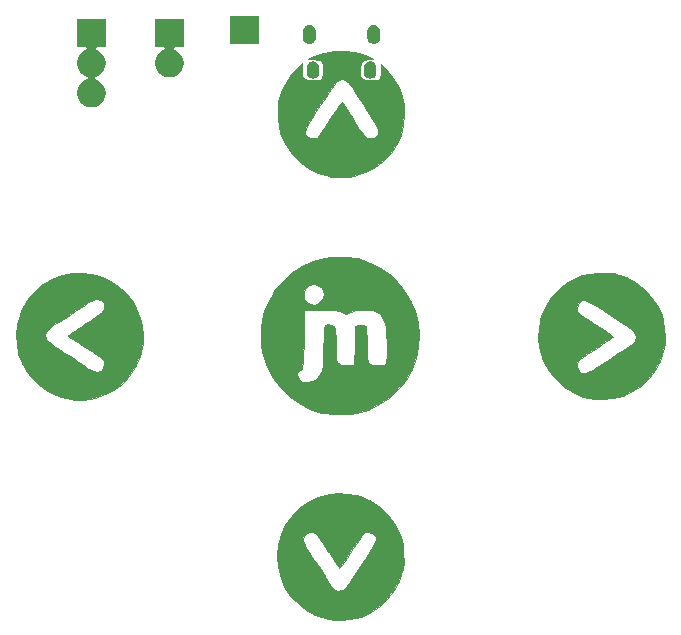
<source format=gbr>
G04 #@! TF.GenerationSoftware,KiCad,Pcbnew,(5.0.1-3-g963ef8bb5)*
G04 #@! TF.CreationDate,2019-06-28T12:59:27+01:00*
G04 #@! TF.ProjectId,invitation,696E7669746174696F6E2E6B69636164,rev?*
G04 #@! TF.SameCoordinates,Original*
G04 #@! TF.FileFunction,Soldermask,Top*
G04 #@! TF.FilePolarity,Negative*
%FSLAX46Y46*%
G04 Gerber Fmt 4.6, Leading zero omitted, Abs format (unit mm)*
G04 Created by KiCad (PCBNEW (5.0.1-3-g963ef8bb5)) date Friday, 28 June 2019 at 12:59:27*
%MOMM*%
%LPD*%
G01*
G04 APERTURE LIST*
%ADD10C,0.010000*%
%ADD11C,0.100000*%
G04 APERTURE END LIST*
D10*
G04 #@! TO.C,G\002A\002A\002A*
G36*
X162905010Y-113175816D02*
X163598117Y-113284234D01*
X163974023Y-113392401D01*
X164866508Y-113791470D01*
X165656966Y-114316389D01*
X166334172Y-114955851D01*
X166886901Y-115698552D01*
X167303925Y-116533183D01*
X167422374Y-116865505D01*
X167568786Y-117488148D01*
X167647025Y-118188269D01*
X167653991Y-118896989D01*
X167586583Y-119545430D01*
X167550906Y-119720000D01*
X167268418Y-120570574D01*
X166841858Y-121364402D01*
X166290466Y-122082096D01*
X165633478Y-122704271D01*
X164890135Y-123211540D01*
X164079673Y-123584517D01*
X163564666Y-123736842D01*
X163049079Y-123818740D01*
X162445109Y-123854036D01*
X161823536Y-123842816D01*
X161255143Y-123785166D01*
X160990895Y-123733712D01*
X160169057Y-123451008D01*
X159390004Y-123020770D01*
X158679430Y-122463932D01*
X158063032Y-121801429D01*
X157566506Y-121054195D01*
X157467256Y-120863000D01*
X157162961Y-120099162D01*
X156991393Y-119298651D01*
X156942412Y-118450000D01*
X157028648Y-117513130D01*
X157154958Y-117048489D01*
X159162000Y-117048489D01*
X159172415Y-117186697D01*
X159211908Y-117336042D01*
X159292846Y-117519532D01*
X159427597Y-117760176D01*
X159628529Y-118080979D01*
X159908010Y-118504952D01*
X160093333Y-118781018D01*
X160379025Y-119206654D01*
X160629258Y-119582546D01*
X160829679Y-119886875D01*
X160965933Y-120097824D01*
X161023665Y-120193575D01*
X161024666Y-120196609D01*
X161073048Y-120299647D01*
X161197500Y-120491751D01*
X161366985Y-120730831D01*
X161550463Y-120974799D01*
X161716897Y-121181566D01*
X161835247Y-121309044D01*
X161857554Y-121326019D01*
X162140934Y-121405489D01*
X162448611Y-121365899D01*
X162603742Y-121289063D01*
X162708279Y-121179058D01*
X162885357Y-120953195D01*
X163115595Y-120637830D01*
X163379614Y-120259317D01*
X163584341Y-119955563D01*
X164062416Y-119234937D01*
X164453411Y-118640919D01*
X164764085Y-118159163D01*
X165001196Y-117775322D01*
X165171503Y-117475051D01*
X165281764Y-117244004D01*
X165338738Y-117067833D01*
X165349184Y-116932193D01*
X165319859Y-116822738D01*
X165257523Y-116725121D01*
X165168933Y-116624996D01*
X165158574Y-116613956D01*
X164948926Y-116482013D01*
X164674180Y-116416225D01*
X164411405Y-116428147D01*
X164283864Y-116482796D01*
X164216408Y-116566933D01*
X164073860Y-116766805D01*
X163873723Y-117056373D01*
X163633499Y-117409599D01*
X163370693Y-117800443D01*
X163102807Y-118202868D01*
X162847344Y-118590833D01*
X162621809Y-118938302D01*
X162443704Y-119219235D01*
X162435057Y-119233166D01*
X162318573Y-119393201D01*
X162232547Y-119464281D01*
X162229214Y-119464507D01*
X162166237Y-119396296D01*
X162027256Y-119207179D01*
X161827383Y-118918982D01*
X161581728Y-118553533D01*
X161305400Y-118132656D01*
X161278666Y-118091453D01*
X160992680Y-117654154D01*
X160729046Y-117258340D01*
X160504852Y-116929093D01*
X160337186Y-116691498D01*
X160243134Y-116570637D01*
X160241500Y-116568945D01*
X160027670Y-116454283D01*
X159743184Y-116421632D01*
X159466035Y-116471906D01*
X159316833Y-116558122D01*
X159191639Y-116783651D01*
X159162000Y-117048489D01*
X157154958Y-117048489D01*
X157269260Y-116628025D01*
X157653484Y-115809012D01*
X158170551Y-115070417D01*
X158809696Y-114426568D01*
X159560153Y-113891791D01*
X160411155Y-113480412D01*
X160770666Y-113355678D01*
X161430546Y-113210842D01*
X162162240Y-113151120D01*
X162905010Y-113175816D01*
X162905010Y-113175816D01*
G37*
X162905010Y-113175816D02*
X163598117Y-113284234D01*
X163974023Y-113392401D01*
X164866508Y-113791470D01*
X165656966Y-114316389D01*
X166334172Y-114955851D01*
X166886901Y-115698552D01*
X167303925Y-116533183D01*
X167422374Y-116865505D01*
X167568786Y-117488148D01*
X167647025Y-118188269D01*
X167653991Y-118896989D01*
X167586583Y-119545430D01*
X167550906Y-119720000D01*
X167268418Y-120570574D01*
X166841858Y-121364402D01*
X166290466Y-122082096D01*
X165633478Y-122704271D01*
X164890135Y-123211540D01*
X164079673Y-123584517D01*
X163564666Y-123736842D01*
X163049079Y-123818740D01*
X162445109Y-123854036D01*
X161823536Y-123842816D01*
X161255143Y-123785166D01*
X160990895Y-123733712D01*
X160169057Y-123451008D01*
X159390004Y-123020770D01*
X158679430Y-122463932D01*
X158063032Y-121801429D01*
X157566506Y-121054195D01*
X157467256Y-120863000D01*
X157162961Y-120099162D01*
X156991393Y-119298651D01*
X156942412Y-118450000D01*
X157028648Y-117513130D01*
X157154958Y-117048489D01*
X159162000Y-117048489D01*
X159172415Y-117186697D01*
X159211908Y-117336042D01*
X159292846Y-117519532D01*
X159427597Y-117760176D01*
X159628529Y-118080979D01*
X159908010Y-118504952D01*
X160093333Y-118781018D01*
X160379025Y-119206654D01*
X160629258Y-119582546D01*
X160829679Y-119886875D01*
X160965933Y-120097824D01*
X161023665Y-120193575D01*
X161024666Y-120196609D01*
X161073048Y-120299647D01*
X161197500Y-120491751D01*
X161366985Y-120730831D01*
X161550463Y-120974799D01*
X161716897Y-121181566D01*
X161835247Y-121309044D01*
X161857554Y-121326019D01*
X162140934Y-121405489D01*
X162448611Y-121365899D01*
X162603742Y-121289063D01*
X162708279Y-121179058D01*
X162885357Y-120953195D01*
X163115595Y-120637830D01*
X163379614Y-120259317D01*
X163584341Y-119955563D01*
X164062416Y-119234937D01*
X164453411Y-118640919D01*
X164764085Y-118159163D01*
X165001196Y-117775322D01*
X165171503Y-117475051D01*
X165281764Y-117244004D01*
X165338738Y-117067833D01*
X165349184Y-116932193D01*
X165319859Y-116822738D01*
X165257523Y-116725121D01*
X165168933Y-116624996D01*
X165158574Y-116613956D01*
X164948926Y-116482013D01*
X164674180Y-116416225D01*
X164411405Y-116428147D01*
X164283864Y-116482796D01*
X164216408Y-116566933D01*
X164073860Y-116766805D01*
X163873723Y-117056373D01*
X163633499Y-117409599D01*
X163370693Y-117800443D01*
X163102807Y-118202868D01*
X162847344Y-118590833D01*
X162621809Y-118938302D01*
X162443704Y-119219235D01*
X162435057Y-119233166D01*
X162318573Y-119393201D01*
X162232547Y-119464281D01*
X162229214Y-119464507D01*
X162166237Y-119396296D01*
X162027256Y-119207179D01*
X161827383Y-118918982D01*
X161581728Y-118553533D01*
X161305400Y-118132656D01*
X161278666Y-118091453D01*
X160992680Y-117654154D01*
X160729046Y-117258340D01*
X160504852Y-116929093D01*
X160337186Y-116691498D01*
X160243134Y-116570637D01*
X160241500Y-116568945D01*
X160027670Y-116454283D01*
X159743184Y-116421632D01*
X159466035Y-116471906D01*
X159316833Y-116558122D01*
X159191639Y-116783651D01*
X159162000Y-117048489D01*
X157154958Y-117048489D01*
X157269260Y-116628025D01*
X157653484Y-115809012D01*
X158170551Y-115070417D01*
X158809696Y-114426568D01*
X159560153Y-113891791D01*
X160411155Y-113480412D01*
X160770666Y-113355678D01*
X161430546Y-113210842D01*
X162162240Y-113151120D01*
X162905010Y-113175816D01*
G36*
X185465430Y-94528083D02*
X185640000Y-94563759D01*
X186490574Y-94846248D01*
X187284402Y-95272807D01*
X188002096Y-95824200D01*
X188624271Y-96481187D01*
X189131540Y-97224531D01*
X189504517Y-98034993D01*
X189656842Y-98550000D01*
X189749012Y-99135878D01*
X189780937Y-99800906D01*
X189752598Y-100467350D01*
X189663974Y-101057475D01*
X189657504Y-101085522D01*
X189372416Y-101940486D01*
X188947311Y-102723025D01*
X188400216Y-103420660D01*
X187749156Y-104020916D01*
X187012157Y-104511315D01*
X186207244Y-104879380D01*
X185352443Y-105112635D01*
X184465779Y-105198602D01*
X183775451Y-105156941D01*
X182849520Y-104953480D01*
X181989725Y-104601006D01*
X181210505Y-104111756D01*
X180526302Y-103497966D01*
X179951557Y-102771874D01*
X179500712Y-101945717D01*
X179275678Y-101344000D01*
X179130842Y-100684120D01*
X179071120Y-99952425D01*
X179095816Y-99209655D01*
X179204234Y-98516549D01*
X179312401Y-98140643D01*
X179625471Y-97440486D01*
X182336225Y-97440486D01*
X182348147Y-97703261D01*
X182402796Y-97830802D01*
X182486933Y-97898257D01*
X182686805Y-98040805D01*
X182976373Y-98240943D01*
X183329599Y-98481167D01*
X183720443Y-98743973D01*
X184122868Y-99011859D01*
X184510833Y-99267321D01*
X184858302Y-99492857D01*
X185139235Y-99670962D01*
X185153166Y-99679609D01*
X185313201Y-99796093D01*
X185384281Y-99882118D01*
X185384507Y-99885451D01*
X185316296Y-99948429D01*
X185127179Y-100087409D01*
X184838982Y-100287282D01*
X184473533Y-100532938D01*
X184052656Y-100809266D01*
X184011453Y-100836000D01*
X183574154Y-101121986D01*
X183178340Y-101385620D01*
X182849093Y-101609813D01*
X182611498Y-101777480D01*
X182490637Y-101871532D01*
X182488945Y-101873166D01*
X182374283Y-102086996D01*
X182341632Y-102371481D01*
X182391906Y-102648631D01*
X182478122Y-102797833D01*
X182703651Y-102923026D01*
X182968489Y-102952666D01*
X183106697Y-102942250D01*
X183256042Y-102902758D01*
X183439532Y-102821820D01*
X183680176Y-102687069D01*
X184000979Y-102486137D01*
X184424952Y-102206655D01*
X184701018Y-102021333D01*
X185126654Y-101735641D01*
X185502546Y-101485408D01*
X185806875Y-101284987D01*
X186017824Y-101148733D01*
X186113575Y-101091000D01*
X186116609Y-101090000D01*
X186223982Y-101040771D01*
X186418970Y-100914077D01*
X186659558Y-100741405D01*
X186903734Y-100554243D01*
X187109484Y-100384076D01*
X187234795Y-100262393D01*
X187250244Y-100240384D01*
X187329251Y-99929879D01*
X187267487Y-99614365D01*
X187209063Y-99510924D01*
X187099058Y-99406386D01*
X186873195Y-99229309D01*
X186557830Y-98999070D01*
X186179317Y-98735052D01*
X185875563Y-98530325D01*
X185154937Y-98052250D01*
X184560919Y-97661255D01*
X184079163Y-97350581D01*
X183695322Y-97113469D01*
X183395051Y-96943162D01*
X183164004Y-96832901D01*
X182987833Y-96775927D01*
X182852193Y-96765482D01*
X182742738Y-96794807D01*
X182645121Y-96857143D01*
X182544996Y-96945733D01*
X182533956Y-96956091D01*
X182402013Y-97165740D01*
X182336225Y-97440486D01*
X179625471Y-97440486D01*
X179711470Y-97248158D01*
X180236389Y-96457699D01*
X180875851Y-95780493D01*
X181618552Y-95227765D01*
X182453183Y-94810740D01*
X182785505Y-94692291D01*
X183408148Y-94545880D01*
X184108269Y-94467640D01*
X184816989Y-94460674D01*
X185465430Y-94528083D01*
X185465430Y-94528083D01*
G37*
X185465430Y-94528083D02*
X185640000Y-94563759D01*
X186490574Y-94846248D01*
X187284402Y-95272807D01*
X188002096Y-95824200D01*
X188624271Y-96481187D01*
X189131540Y-97224531D01*
X189504517Y-98034993D01*
X189656842Y-98550000D01*
X189749012Y-99135878D01*
X189780937Y-99800906D01*
X189752598Y-100467350D01*
X189663974Y-101057475D01*
X189657504Y-101085522D01*
X189372416Y-101940486D01*
X188947311Y-102723025D01*
X188400216Y-103420660D01*
X187749156Y-104020916D01*
X187012157Y-104511315D01*
X186207244Y-104879380D01*
X185352443Y-105112635D01*
X184465779Y-105198602D01*
X183775451Y-105156941D01*
X182849520Y-104953480D01*
X181989725Y-104601006D01*
X181210505Y-104111756D01*
X180526302Y-103497966D01*
X179951557Y-102771874D01*
X179500712Y-101945717D01*
X179275678Y-101344000D01*
X179130842Y-100684120D01*
X179071120Y-99952425D01*
X179095816Y-99209655D01*
X179204234Y-98516549D01*
X179312401Y-98140643D01*
X179625471Y-97440486D01*
X182336225Y-97440486D01*
X182348147Y-97703261D01*
X182402796Y-97830802D01*
X182486933Y-97898257D01*
X182686805Y-98040805D01*
X182976373Y-98240943D01*
X183329599Y-98481167D01*
X183720443Y-98743973D01*
X184122868Y-99011859D01*
X184510833Y-99267321D01*
X184858302Y-99492857D01*
X185139235Y-99670962D01*
X185153166Y-99679609D01*
X185313201Y-99796093D01*
X185384281Y-99882118D01*
X185384507Y-99885451D01*
X185316296Y-99948429D01*
X185127179Y-100087409D01*
X184838982Y-100287282D01*
X184473533Y-100532938D01*
X184052656Y-100809266D01*
X184011453Y-100836000D01*
X183574154Y-101121986D01*
X183178340Y-101385620D01*
X182849093Y-101609813D01*
X182611498Y-101777480D01*
X182490637Y-101871532D01*
X182488945Y-101873166D01*
X182374283Y-102086996D01*
X182341632Y-102371481D01*
X182391906Y-102648631D01*
X182478122Y-102797833D01*
X182703651Y-102923026D01*
X182968489Y-102952666D01*
X183106697Y-102942250D01*
X183256042Y-102902758D01*
X183439532Y-102821820D01*
X183680176Y-102687069D01*
X184000979Y-102486137D01*
X184424952Y-102206655D01*
X184701018Y-102021333D01*
X185126654Y-101735641D01*
X185502546Y-101485408D01*
X185806875Y-101284987D01*
X186017824Y-101148733D01*
X186113575Y-101091000D01*
X186116609Y-101090000D01*
X186223982Y-101040771D01*
X186418970Y-100914077D01*
X186659558Y-100741405D01*
X186903734Y-100554243D01*
X187109484Y-100384076D01*
X187234795Y-100262393D01*
X187250244Y-100240384D01*
X187329251Y-99929879D01*
X187267487Y-99614365D01*
X187209063Y-99510924D01*
X187099058Y-99406386D01*
X186873195Y-99229309D01*
X186557830Y-98999070D01*
X186179317Y-98735052D01*
X185875563Y-98530325D01*
X185154937Y-98052250D01*
X184560919Y-97661255D01*
X184079163Y-97350581D01*
X183695322Y-97113469D01*
X183395051Y-96943162D01*
X183164004Y-96832901D01*
X182987833Y-96775927D01*
X182852193Y-96765482D01*
X182742738Y-96794807D01*
X182645121Y-96857143D01*
X182544996Y-96945733D01*
X182533956Y-96956091D01*
X182402013Y-97165740D01*
X182336225Y-97440486D01*
X179625471Y-97440486D01*
X179711470Y-97248158D01*
X180236389Y-96457699D01*
X180875851Y-95780493D01*
X181618552Y-95227765D01*
X182453183Y-94810740D01*
X182785505Y-94692291D01*
X183408148Y-94545880D01*
X184108269Y-94467640D01*
X184816989Y-94460674D01*
X185465430Y-94528083D01*
G36*
X141298524Y-94596623D02*
X142158751Y-94849985D01*
X142988777Y-95253521D01*
X143606156Y-95676492D01*
X144254718Y-96290941D01*
X144795698Y-97026365D01*
X145215985Y-97863208D01*
X145378988Y-98320666D01*
X145523824Y-98980546D01*
X145583546Y-99712240D01*
X145558850Y-100455010D01*
X145450431Y-101148117D01*
X145342265Y-101524023D01*
X144944227Y-102424278D01*
X144426619Y-103206619D01*
X143783835Y-103878375D01*
X143199750Y-104325088D01*
X142411837Y-104754090D01*
X141546952Y-105049501D01*
X140642274Y-105202800D01*
X139734985Y-105205470D01*
X139480333Y-105177353D01*
X138617030Y-104988883D01*
X137827459Y-104664771D01*
X137089326Y-104193590D01*
X136429631Y-103613534D01*
X135810799Y-102895863D01*
X135352219Y-102132238D01*
X135048125Y-101308739D01*
X134892751Y-100411446D01*
X134868502Y-99844666D01*
X134876944Y-99735927D01*
X137325387Y-99735927D01*
X137388497Y-100052699D01*
X137446827Y-100155489D01*
X137553218Y-100254502D01*
X137778784Y-100428787D01*
X138100456Y-100661749D01*
X138495163Y-100936790D01*
X138939836Y-101237313D01*
X139076660Y-101328060D01*
X139554503Y-101643731D01*
X140012321Y-101946398D01*
X140421168Y-102216907D01*
X140752095Y-102436104D01*
X140976156Y-102584835D01*
X141004333Y-102603597D01*
X141400732Y-102816528D01*
X141732554Y-102879422D01*
X142011570Y-102793388D01*
X142120709Y-102708574D01*
X142252652Y-102498926D01*
X142318441Y-102224180D01*
X142306519Y-101961405D01*
X142251870Y-101833864D01*
X142167733Y-101766408D01*
X141967861Y-101623860D01*
X141678293Y-101423723D01*
X141325067Y-101183499D01*
X140934223Y-100920693D01*
X140531798Y-100652807D01*
X140143832Y-100397344D01*
X139796364Y-100171809D01*
X139515431Y-99993704D01*
X139501500Y-99985057D01*
X139341465Y-99868573D01*
X139270385Y-99782547D01*
X139270158Y-99779214D01*
X139338370Y-99716237D01*
X139527487Y-99577256D01*
X139815683Y-99377383D01*
X140181133Y-99131728D01*
X140602010Y-98855400D01*
X140643213Y-98828666D01*
X141080511Y-98542680D01*
X141476326Y-98279046D01*
X141805572Y-98054852D01*
X142043168Y-97887186D01*
X142164029Y-97793134D01*
X142165721Y-97791500D01*
X142280383Y-97577670D01*
X142313033Y-97293184D01*
X142262760Y-97016035D01*
X142176544Y-96866833D01*
X141951014Y-96741639D01*
X141686177Y-96712000D01*
X141547969Y-96722415D01*
X141398624Y-96761908D01*
X141215133Y-96842846D01*
X140974490Y-96977597D01*
X140653686Y-97178529D01*
X140229713Y-97458010D01*
X139953648Y-97643333D01*
X139528012Y-97929025D01*
X139152120Y-98179258D01*
X138847790Y-98379679D01*
X138636841Y-98515933D01*
X138541091Y-98573665D01*
X138538057Y-98574666D01*
X138430683Y-98623895D01*
X138235696Y-98750588D01*
X137995107Y-98923260D01*
X137750932Y-99110423D01*
X137545182Y-99280590D01*
X137419870Y-99402273D01*
X137404422Y-99424281D01*
X137325387Y-99735927D01*
X134876944Y-99735927D01*
X134941902Y-98899286D01*
X135163536Y-98029751D01*
X135379902Y-97517177D01*
X135866606Y-96706790D01*
X136459805Y-96015990D01*
X137142413Y-95448600D01*
X137897341Y-95008444D01*
X138707504Y-94699345D01*
X139555813Y-94525126D01*
X140425182Y-94489611D01*
X141298524Y-94596623D01*
X141298524Y-94596623D01*
G37*
X141298524Y-94596623D02*
X142158751Y-94849985D01*
X142988777Y-95253521D01*
X143606156Y-95676492D01*
X144254718Y-96290941D01*
X144795698Y-97026365D01*
X145215985Y-97863208D01*
X145378988Y-98320666D01*
X145523824Y-98980546D01*
X145583546Y-99712240D01*
X145558850Y-100455010D01*
X145450431Y-101148117D01*
X145342265Y-101524023D01*
X144944227Y-102424278D01*
X144426619Y-103206619D01*
X143783835Y-103878375D01*
X143199750Y-104325088D01*
X142411837Y-104754090D01*
X141546952Y-105049501D01*
X140642274Y-105202800D01*
X139734985Y-105205470D01*
X139480333Y-105177353D01*
X138617030Y-104988883D01*
X137827459Y-104664771D01*
X137089326Y-104193590D01*
X136429631Y-103613534D01*
X135810799Y-102895863D01*
X135352219Y-102132238D01*
X135048125Y-101308739D01*
X134892751Y-100411446D01*
X134868502Y-99844666D01*
X134876944Y-99735927D01*
X137325387Y-99735927D01*
X137388497Y-100052699D01*
X137446827Y-100155489D01*
X137553218Y-100254502D01*
X137778784Y-100428787D01*
X138100456Y-100661749D01*
X138495163Y-100936790D01*
X138939836Y-101237313D01*
X139076660Y-101328060D01*
X139554503Y-101643731D01*
X140012321Y-101946398D01*
X140421168Y-102216907D01*
X140752095Y-102436104D01*
X140976156Y-102584835D01*
X141004333Y-102603597D01*
X141400732Y-102816528D01*
X141732554Y-102879422D01*
X142011570Y-102793388D01*
X142120709Y-102708574D01*
X142252652Y-102498926D01*
X142318441Y-102224180D01*
X142306519Y-101961405D01*
X142251870Y-101833864D01*
X142167733Y-101766408D01*
X141967861Y-101623860D01*
X141678293Y-101423723D01*
X141325067Y-101183499D01*
X140934223Y-100920693D01*
X140531798Y-100652807D01*
X140143832Y-100397344D01*
X139796364Y-100171809D01*
X139515431Y-99993704D01*
X139501500Y-99985057D01*
X139341465Y-99868573D01*
X139270385Y-99782547D01*
X139270158Y-99779214D01*
X139338370Y-99716237D01*
X139527487Y-99577256D01*
X139815683Y-99377383D01*
X140181133Y-99131728D01*
X140602010Y-98855400D01*
X140643213Y-98828666D01*
X141080511Y-98542680D01*
X141476326Y-98279046D01*
X141805572Y-98054852D01*
X142043168Y-97887186D01*
X142164029Y-97793134D01*
X142165721Y-97791500D01*
X142280383Y-97577670D01*
X142313033Y-97293184D01*
X142262760Y-97016035D01*
X142176544Y-96866833D01*
X141951014Y-96741639D01*
X141686177Y-96712000D01*
X141547969Y-96722415D01*
X141398624Y-96761908D01*
X141215133Y-96842846D01*
X140974490Y-96977597D01*
X140653686Y-97178529D01*
X140229713Y-97458010D01*
X139953648Y-97643333D01*
X139528012Y-97929025D01*
X139152120Y-98179258D01*
X138847790Y-98379679D01*
X138636841Y-98515933D01*
X138541091Y-98573665D01*
X138538057Y-98574666D01*
X138430683Y-98623895D01*
X138235696Y-98750588D01*
X137995107Y-98923260D01*
X137750932Y-99110423D01*
X137545182Y-99280590D01*
X137419870Y-99402273D01*
X137404422Y-99424281D01*
X137325387Y-99735927D01*
X134876944Y-99735927D01*
X134941902Y-98899286D01*
X135163536Y-98029751D01*
X135379902Y-97517177D01*
X135866606Y-96706790D01*
X136459805Y-96015990D01*
X137142413Y-95448600D01*
X137897341Y-95008444D01*
X138707504Y-94699345D01*
X139555813Y-94525126D01*
X140425182Y-94489611D01*
X141298524Y-94596623D01*
G36*
X163067989Y-93151201D02*
X163501919Y-93191849D01*
X163764000Y-93242826D01*
X164847228Y-93622621D01*
X165808623Y-94119468D01*
X166650234Y-94734977D01*
X167374111Y-95470760D01*
X167982303Y-96328427D01*
X168209156Y-96735848D01*
X168600018Y-97671662D01*
X168843413Y-98662924D01*
X168938779Y-99682909D01*
X168885560Y-100704891D01*
X168683194Y-101702146D01*
X168332826Y-102644313D01*
X167826547Y-103530719D01*
X167184089Y-104333465D01*
X166425043Y-105035306D01*
X165568997Y-105618994D01*
X164635539Y-106067283D01*
X164314333Y-106182405D01*
X163755842Y-106319377D01*
X163090574Y-106409073D01*
X162374876Y-106449650D01*
X161665095Y-106439264D01*
X161017579Y-106376071D01*
X160643600Y-106302505D01*
X159677246Y-105973386D01*
X158768411Y-105496974D01*
X157937995Y-104890122D01*
X157206899Y-104169680D01*
X156596025Y-103352499D01*
X156427691Y-103052704D01*
X158615684Y-103052704D01*
X158724192Y-103326517D01*
X158726331Y-103330663D01*
X158888738Y-103568206D01*
X159096741Y-103696200D01*
X159395756Y-103735429D01*
X159594817Y-103728169D01*
X159946935Y-103671980D01*
X160197812Y-103547063D01*
X160262485Y-103492980D01*
X160435956Y-103287802D01*
X160608703Y-103014187D01*
X160663082Y-102907333D01*
X160723722Y-102763033D01*
X160769832Y-102606721D01*
X160803954Y-102412002D01*
X160828629Y-102152482D01*
X160846398Y-101801765D01*
X160859804Y-101333456D01*
X160870929Y-100748583D01*
X160886258Y-100068888D01*
X160907006Y-99551606D01*
X160933648Y-99189888D01*
X160966662Y-98976888D01*
X160998847Y-98908379D01*
X161219224Y-98847570D01*
X161489817Y-98868040D01*
X161717787Y-98960468D01*
X161746499Y-98983455D01*
X161804575Y-99051939D01*
X161846168Y-99153363D01*
X161873959Y-99314156D01*
X161890625Y-99560745D01*
X161898845Y-99919560D01*
X161901297Y-100417029D01*
X161901333Y-100511304D01*
X161902144Y-101025743D01*
X161907042Y-101398767D01*
X161919720Y-101658297D01*
X161943875Y-101832250D01*
X161983201Y-101948545D01*
X162041394Y-102035101D01*
X162113019Y-102110716D01*
X162245418Y-102224726D01*
X162388291Y-102285107D01*
X162595445Y-102304683D01*
X162896186Y-102297367D01*
X163467666Y-102272333D01*
X163510000Y-100623254D01*
X163552333Y-98974175D01*
X163785166Y-98892410D01*
X164119745Y-98860268D01*
X164250833Y-98892318D01*
X164483666Y-98973991D01*
X164529200Y-100411495D01*
X164548321Y-100897300D01*
X164572398Y-101331265D01*
X164599137Y-101681918D01*
X164626243Y-101917788D01*
X164644995Y-101999518D01*
X164783800Y-102173431D01*
X165019833Y-102274407D01*
X165382209Y-102313341D01*
X165487175Y-102314666D01*
X165744282Y-102315388D01*
X165933030Y-102302498D01*
X166063945Y-102253411D01*
X166147551Y-102145542D01*
X166194371Y-101956306D01*
X166214930Y-101663119D01*
X166219751Y-101243395D01*
X166219333Y-100743442D01*
X166213876Y-100225063D01*
X166198785Y-99732202D01*
X166175983Y-99303971D01*
X166147390Y-98979480D01*
X166125735Y-98838569D01*
X165944782Y-98379621D01*
X165630791Y-98002004D01*
X165211973Y-97735360D01*
X165005887Y-97661981D01*
X164587134Y-97593707D01*
X164107063Y-97590189D01*
X163633572Y-97646416D01*
X163234558Y-97757373D01*
X163141386Y-97799628D01*
X162936399Y-97897912D01*
X162793662Y-97923069D01*
X162634860Y-97874133D01*
X162464195Y-97791270D01*
X162301693Y-97720757D01*
X162119763Y-97670396D01*
X161885189Y-97636156D01*
X161564753Y-97614005D01*
X161125238Y-97599912D01*
X160843000Y-97594502D01*
X160381670Y-97589872D01*
X159968385Y-97591398D01*
X159638540Y-97598528D01*
X159427533Y-97610709D01*
X159382500Y-97617282D01*
X159192000Y-97661226D01*
X159192000Y-99949817D01*
X159189987Y-100702671D01*
X159182159Y-101304210D01*
X159165831Y-101772423D01*
X159138318Y-102125300D01*
X159096935Y-102380829D01*
X159038997Y-102557000D01*
X158961819Y-102671803D01*
X158862718Y-102743226D01*
X158769595Y-102780038D01*
X158630308Y-102877036D01*
X158615684Y-103052704D01*
X156427691Y-103052704D01*
X156274755Y-102780333D01*
X156004926Y-102195631D01*
X155815275Y-101677555D01*
X155693130Y-101170480D01*
X155625817Y-100618783D01*
X155600661Y-99966839D01*
X155599565Y-99817000D01*
X155613839Y-99134921D01*
X155669521Y-98564241D01*
X155778167Y-98049675D01*
X155951334Y-97535941D01*
X156190910Y-96988181D01*
X156580324Y-96303333D01*
X159192000Y-96303333D01*
X159263325Y-96658333D01*
X159452937Y-96929713D01*
X159724287Y-97102325D01*
X160040830Y-97161025D01*
X160366017Y-97090667D01*
X160637846Y-96902512D01*
X160838377Y-96601097D01*
X160896111Y-96275173D01*
X160826194Y-95961289D01*
X160643770Y-95695990D01*
X160363987Y-95515824D01*
X160038666Y-95456666D01*
X159669972Y-95530839D01*
X159390564Y-95736493D01*
X159225737Y-96048334D01*
X159192000Y-96303333D01*
X156580324Y-96303333D01*
X156725910Y-96047298D01*
X157385516Y-95217269D01*
X158159248Y-94506841D01*
X159036628Y-93924761D01*
X160007175Y-93479775D01*
X160631333Y-93281834D01*
X160995930Y-93213163D01*
X161469395Y-93165173D01*
X162004227Y-93138455D01*
X162552925Y-93133600D01*
X163067989Y-93151201D01*
X163067989Y-93151201D01*
G37*
X163067989Y-93151201D02*
X163501919Y-93191849D01*
X163764000Y-93242826D01*
X164847228Y-93622621D01*
X165808623Y-94119468D01*
X166650234Y-94734977D01*
X167374111Y-95470760D01*
X167982303Y-96328427D01*
X168209156Y-96735848D01*
X168600018Y-97671662D01*
X168843413Y-98662924D01*
X168938779Y-99682909D01*
X168885560Y-100704891D01*
X168683194Y-101702146D01*
X168332826Y-102644313D01*
X167826547Y-103530719D01*
X167184089Y-104333465D01*
X166425043Y-105035306D01*
X165568997Y-105618994D01*
X164635539Y-106067283D01*
X164314333Y-106182405D01*
X163755842Y-106319377D01*
X163090574Y-106409073D01*
X162374876Y-106449650D01*
X161665095Y-106439264D01*
X161017579Y-106376071D01*
X160643600Y-106302505D01*
X159677246Y-105973386D01*
X158768411Y-105496974D01*
X157937995Y-104890122D01*
X157206899Y-104169680D01*
X156596025Y-103352499D01*
X156427691Y-103052704D01*
X158615684Y-103052704D01*
X158724192Y-103326517D01*
X158726331Y-103330663D01*
X158888738Y-103568206D01*
X159096741Y-103696200D01*
X159395756Y-103735429D01*
X159594817Y-103728169D01*
X159946935Y-103671980D01*
X160197812Y-103547063D01*
X160262485Y-103492980D01*
X160435956Y-103287802D01*
X160608703Y-103014187D01*
X160663082Y-102907333D01*
X160723722Y-102763033D01*
X160769832Y-102606721D01*
X160803954Y-102412002D01*
X160828629Y-102152482D01*
X160846398Y-101801765D01*
X160859804Y-101333456D01*
X160870929Y-100748583D01*
X160886258Y-100068888D01*
X160907006Y-99551606D01*
X160933648Y-99189888D01*
X160966662Y-98976888D01*
X160998847Y-98908379D01*
X161219224Y-98847570D01*
X161489817Y-98868040D01*
X161717787Y-98960468D01*
X161746499Y-98983455D01*
X161804575Y-99051939D01*
X161846168Y-99153363D01*
X161873959Y-99314156D01*
X161890625Y-99560745D01*
X161898845Y-99919560D01*
X161901297Y-100417029D01*
X161901333Y-100511304D01*
X161902144Y-101025743D01*
X161907042Y-101398767D01*
X161919720Y-101658297D01*
X161943875Y-101832250D01*
X161983201Y-101948545D01*
X162041394Y-102035101D01*
X162113019Y-102110716D01*
X162245418Y-102224726D01*
X162388291Y-102285107D01*
X162595445Y-102304683D01*
X162896186Y-102297367D01*
X163467666Y-102272333D01*
X163510000Y-100623254D01*
X163552333Y-98974175D01*
X163785166Y-98892410D01*
X164119745Y-98860268D01*
X164250833Y-98892318D01*
X164483666Y-98973991D01*
X164529200Y-100411495D01*
X164548321Y-100897300D01*
X164572398Y-101331265D01*
X164599137Y-101681918D01*
X164626243Y-101917788D01*
X164644995Y-101999518D01*
X164783800Y-102173431D01*
X165019833Y-102274407D01*
X165382209Y-102313341D01*
X165487175Y-102314666D01*
X165744282Y-102315388D01*
X165933030Y-102302498D01*
X166063945Y-102253411D01*
X166147551Y-102145542D01*
X166194371Y-101956306D01*
X166214930Y-101663119D01*
X166219751Y-101243395D01*
X166219333Y-100743442D01*
X166213876Y-100225063D01*
X166198785Y-99732202D01*
X166175983Y-99303971D01*
X166147390Y-98979480D01*
X166125735Y-98838569D01*
X165944782Y-98379621D01*
X165630791Y-98002004D01*
X165211973Y-97735360D01*
X165005887Y-97661981D01*
X164587134Y-97593707D01*
X164107063Y-97590189D01*
X163633572Y-97646416D01*
X163234558Y-97757373D01*
X163141386Y-97799628D01*
X162936399Y-97897912D01*
X162793662Y-97923069D01*
X162634860Y-97874133D01*
X162464195Y-97791270D01*
X162301693Y-97720757D01*
X162119763Y-97670396D01*
X161885189Y-97636156D01*
X161564753Y-97614005D01*
X161125238Y-97599912D01*
X160843000Y-97594502D01*
X160381670Y-97589872D01*
X159968385Y-97591398D01*
X159638540Y-97598528D01*
X159427533Y-97610709D01*
X159382500Y-97617282D01*
X159192000Y-97661226D01*
X159192000Y-99949817D01*
X159189987Y-100702671D01*
X159182159Y-101304210D01*
X159165831Y-101772423D01*
X159138318Y-102125300D01*
X159096935Y-102380829D01*
X159038997Y-102557000D01*
X158961819Y-102671803D01*
X158862718Y-102743226D01*
X158769595Y-102780038D01*
X158630308Y-102877036D01*
X158615684Y-103052704D01*
X156427691Y-103052704D01*
X156274755Y-102780333D01*
X156004926Y-102195631D01*
X155815275Y-101677555D01*
X155693130Y-101170480D01*
X155625817Y-100618783D01*
X155600661Y-99966839D01*
X155599565Y-99817000D01*
X155613839Y-99134921D01*
X155669521Y-98564241D01*
X155778167Y-98049675D01*
X155951334Y-97535941D01*
X156190910Y-96988181D01*
X156580324Y-96303333D01*
X159192000Y-96303333D01*
X159263325Y-96658333D01*
X159452937Y-96929713D01*
X159724287Y-97102325D01*
X160040830Y-97161025D01*
X160366017Y-97090667D01*
X160637846Y-96902512D01*
X160838377Y-96601097D01*
X160896111Y-96275173D01*
X160826194Y-95961289D01*
X160643770Y-95695990D01*
X160363987Y-95515824D01*
X160038666Y-95456666D01*
X159669972Y-95530839D01*
X159390564Y-95736493D01*
X159225737Y-96048334D01*
X159192000Y-96303333D01*
X156580324Y-96303333D01*
X156725910Y-96047298D01*
X157385516Y-95217269D01*
X158159248Y-94506841D01*
X159036628Y-93924761D01*
X160007175Y-93479775D01*
X160631333Y-93281834D01*
X160995930Y-93213163D01*
X161469395Y-93165173D01*
X162004227Y-93138455D01*
X162552925Y-93133600D01*
X163067989Y-93151201D01*
G36*
X163560664Y-75769620D02*
X164386548Y-76024240D01*
X164631078Y-76133307D01*
X165111666Y-76365666D01*
X164688946Y-76392311D01*
X164359009Y-76435177D01*
X164146310Y-76533994D01*
X164026705Y-76719084D01*
X163976052Y-77020773D01*
X163968666Y-77297000D01*
X163984198Y-77690373D01*
X164049990Y-77947842D01*
X164194842Y-78097516D01*
X164447551Y-78167503D01*
X164836914Y-78185912D01*
X164879452Y-78185999D01*
X165270866Y-78171387D01*
X165523701Y-78108725D01*
X165667551Y-77969773D01*
X165732008Y-77726293D01*
X165746666Y-77358436D01*
X165746666Y-76796967D01*
X166091729Y-77131650D01*
X166443362Y-77524777D01*
X166795675Y-78008133D01*
X167111461Y-78523773D01*
X167353513Y-79013751D01*
X167430575Y-79216742D01*
X167654976Y-80141661D01*
X167720430Y-81060525D01*
X167635102Y-81957199D01*
X167407151Y-82815551D01*
X167044739Y-83619447D01*
X166556028Y-84352754D01*
X165949180Y-84999338D01*
X165232355Y-85543066D01*
X164413716Y-85967803D01*
X163926333Y-86143821D01*
X163494168Y-86245948D01*
X162977377Y-86320323D01*
X162433376Y-86363005D01*
X161919580Y-86370052D01*
X161493406Y-86337525D01*
X161385478Y-86318235D01*
X160455632Y-86037513D01*
X159606165Y-85619451D01*
X158850966Y-85076321D01*
X158203927Y-84420395D01*
X157678940Y-83663944D01*
X157289894Y-82819242D01*
X157232291Y-82649161D01*
X157216610Y-82582473D01*
X159305482Y-82582473D01*
X159334807Y-82691928D01*
X159397143Y-82789545D01*
X159485733Y-82889670D01*
X159496091Y-82900709D01*
X159705740Y-83032652D01*
X159980486Y-83098441D01*
X160243261Y-83086519D01*
X160370802Y-83031870D01*
X160438257Y-82947733D01*
X160580805Y-82747861D01*
X160780943Y-82458293D01*
X161021167Y-82105067D01*
X161283973Y-81714223D01*
X161551859Y-81311798D01*
X161807321Y-80923832D01*
X162032857Y-80576364D01*
X162210962Y-80295431D01*
X162219609Y-80281500D01*
X162336093Y-80121465D01*
X162422118Y-80050385D01*
X162425451Y-80050158D01*
X162488429Y-80118370D01*
X162627409Y-80307487D01*
X162827282Y-80595683D01*
X163072938Y-80961133D01*
X163349266Y-81382010D01*
X163376000Y-81423213D01*
X163661986Y-81860511D01*
X163925620Y-82256326D01*
X164149813Y-82585572D01*
X164317480Y-82823168D01*
X164411532Y-82944029D01*
X164413166Y-82945721D01*
X164626996Y-83060383D01*
X164911481Y-83093033D01*
X165188631Y-83042760D01*
X165337833Y-82956544D01*
X165463026Y-82731014D01*
X165492666Y-82466177D01*
X165482250Y-82327969D01*
X165442758Y-82178624D01*
X165361820Y-81995133D01*
X165227069Y-81754490D01*
X165026137Y-81433686D01*
X164746655Y-81009713D01*
X164561333Y-80733648D01*
X164275641Y-80308012D01*
X164025408Y-79932120D01*
X163824987Y-79627790D01*
X163688733Y-79416841D01*
X163631000Y-79321091D01*
X163630000Y-79318057D01*
X163580771Y-79210683D01*
X163454077Y-79015696D01*
X163281405Y-78775107D01*
X163094243Y-78530932D01*
X162924076Y-78325182D01*
X162802393Y-78199870D01*
X162780384Y-78184422D01*
X162469879Y-78105414D01*
X162154365Y-78167179D01*
X162050924Y-78225603D01*
X161946386Y-78335608D01*
X161769309Y-78561470D01*
X161539070Y-78876836D01*
X161275052Y-79255349D01*
X161070325Y-79559103D01*
X160592250Y-80279729D01*
X160201255Y-80873747D01*
X159890581Y-81355503D01*
X159653469Y-81739343D01*
X159483162Y-82039614D01*
X159372901Y-82270662D01*
X159315927Y-82446833D01*
X159305482Y-82582473D01*
X157216610Y-82582473D01*
X157085880Y-82026518D01*
X157007640Y-81326397D01*
X157000674Y-80617677D01*
X157068083Y-79969236D01*
X157103759Y-79794666D01*
X157358293Y-79024989D01*
X157748571Y-78265702D01*
X158246138Y-77568578D01*
X158458830Y-77329255D01*
X159050889Y-76704333D01*
X159054444Y-77305044D01*
X159072561Y-77695352D01*
X159140699Y-77950677D01*
X159287836Y-78098938D01*
X159542949Y-78168054D01*
X159935015Y-78185944D01*
X159968785Y-78186000D01*
X160357072Y-78172336D01*
X160608818Y-78111611D01*
X160753133Y-77974220D01*
X160819126Y-77730560D01*
X160835907Y-77351027D01*
X160836000Y-77304074D01*
X160818661Y-76908421D01*
X160749560Y-76649368D01*
X160603065Y-76496208D01*
X160353547Y-76418238D01*
X160072995Y-76389991D01*
X159608333Y-76361734D01*
X160104978Y-76127595D01*
X160919563Y-75831542D01*
X161791092Y-75673226D01*
X162683485Y-75652600D01*
X163560664Y-75769620D01*
X163560664Y-75769620D01*
G37*
X163560664Y-75769620D02*
X164386548Y-76024240D01*
X164631078Y-76133307D01*
X165111666Y-76365666D01*
X164688946Y-76392311D01*
X164359009Y-76435177D01*
X164146310Y-76533994D01*
X164026705Y-76719084D01*
X163976052Y-77020773D01*
X163968666Y-77297000D01*
X163984198Y-77690373D01*
X164049990Y-77947842D01*
X164194842Y-78097516D01*
X164447551Y-78167503D01*
X164836914Y-78185912D01*
X164879452Y-78185999D01*
X165270866Y-78171387D01*
X165523701Y-78108725D01*
X165667551Y-77969773D01*
X165732008Y-77726293D01*
X165746666Y-77358436D01*
X165746666Y-76796967D01*
X166091729Y-77131650D01*
X166443362Y-77524777D01*
X166795675Y-78008133D01*
X167111461Y-78523773D01*
X167353513Y-79013751D01*
X167430575Y-79216742D01*
X167654976Y-80141661D01*
X167720430Y-81060525D01*
X167635102Y-81957199D01*
X167407151Y-82815551D01*
X167044739Y-83619447D01*
X166556028Y-84352754D01*
X165949180Y-84999338D01*
X165232355Y-85543066D01*
X164413716Y-85967803D01*
X163926333Y-86143821D01*
X163494168Y-86245948D01*
X162977377Y-86320323D01*
X162433376Y-86363005D01*
X161919580Y-86370052D01*
X161493406Y-86337525D01*
X161385478Y-86318235D01*
X160455632Y-86037513D01*
X159606165Y-85619451D01*
X158850966Y-85076321D01*
X158203927Y-84420395D01*
X157678940Y-83663944D01*
X157289894Y-82819242D01*
X157232291Y-82649161D01*
X157216610Y-82582473D01*
X159305482Y-82582473D01*
X159334807Y-82691928D01*
X159397143Y-82789545D01*
X159485733Y-82889670D01*
X159496091Y-82900709D01*
X159705740Y-83032652D01*
X159980486Y-83098441D01*
X160243261Y-83086519D01*
X160370802Y-83031870D01*
X160438257Y-82947733D01*
X160580805Y-82747861D01*
X160780943Y-82458293D01*
X161021167Y-82105067D01*
X161283973Y-81714223D01*
X161551859Y-81311798D01*
X161807321Y-80923832D01*
X162032857Y-80576364D01*
X162210962Y-80295431D01*
X162219609Y-80281500D01*
X162336093Y-80121465D01*
X162422118Y-80050385D01*
X162425451Y-80050158D01*
X162488429Y-80118370D01*
X162627409Y-80307487D01*
X162827282Y-80595683D01*
X163072938Y-80961133D01*
X163349266Y-81382010D01*
X163376000Y-81423213D01*
X163661986Y-81860511D01*
X163925620Y-82256326D01*
X164149813Y-82585572D01*
X164317480Y-82823168D01*
X164411532Y-82944029D01*
X164413166Y-82945721D01*
X164626996Y-83060383D01*
X164911481Y-83093033D01*
X165188631Y-83042760D01*
X165337833Y-82956544D01*
X165463026Y-82731014D01*
X165492666Y-82466177D01*
X165482250Y-82327969D01*
X165442758Y-82178624D01*
X165361820Y-81995133D01*
X165227069Y-81754490D01*
X165026137Y-81433686D01*
X164746655Y-81009713D01*
X164561333Y-80733648D01*
X164275641Y-80308012D01*
X164025408Y-79932120D01*
X163824987Y-79627790D01*
X163688733Y-79416841D01*
X163631000Y-79321091D01*
X163630000Y-79318057D01*
X163580771Y-79210683D01*
X163454077Y-79015696D01*
X163281405Y-78775107D01*
X163094243Y-78530932D01*
X162924076Y-78325182D01*
X162802393Y-78199870D01*
X162780384Y-78184422D01*
X162469879Y-78105414D01*
X162154365Y-78167179D01*
X162050924Y-78225603D01*
X161946386Y-78335608D01*
X161769309Y-78561470D01*
X161539070Y-78876836D01*
X161275052Y-79255349D01*
X161070325Y-79559103D01*
X160592250Y-80279729D01*
X160201255Y-80873747D01*
X159890581Y-81355503D01*
X159653469Y-81739343D01*
X159483162Y-82039614D01*
X159372901Y-82270662D01*
X159315927Y-82446833D01*
X159305482Y-82582473D01*
X157216610Y-82582473D01*
X157085880Y-82026518D01*
X157007640Y-81326397D01*
X157000674Y-80617677D01*
X157068083Y-79969236D01*
X157103759Y-79794666D01*
X157358293Y-79024989D01*
X157748571Y-78265702D01*
X158246138Y-77568578D01*
X158458830Y-77329255D01*
X159050889Y-76704333D01*
X159054444Y-77305044D01*
X159072561Y-77695352D01*
X159140699Y-77950677D01*
X159287836Y-78098938D01*
X159542949Y-78168054D01*
X159935015Y-78185944D01*
X159968785Y-78186000D01*
X160357072Y-78172336D01*
X160608818Y-78111611D01*
X160753133Y-77974220D01*
X160819126Y-77730560D01*
X160835907Y-77351027D01*
X160836000Y-77304074D01*
X160818661Y-76908421D01*
X160749560Y-76649368D01*
X160603065Y-76496208D01*
X160353547Y-76418238D01*
X160072995Y-76389991D01*
X159608333Y-76361734D01*
X160104978Y-76127595D01*
X160919563Y-75831542D01*
X161791092Y-75673226D01*
X162683485Y-75652600D01*
X163560664Y-75769620D01*
D11*
G36*
X162414183Y-115236900D02*
X162541574Y-115289668D01*
X162656225Y-115366275D01*
X162753725Y-115463775D01*
X162830332Y-115578426D01*
X162883100Y-115705817D01*
X162910000Y-115841055D01*
X162910000Y-115978945D01*
X162883100Y-116114183D01*
X162830332Y-116241574D01*
X162753725Y-116356225D01*
X162656225Y-116453725D01*
X162541574Y-116530332D01*
X162414183Y-116583100D01*
X162278945Y-116610000D01*
X162141055Y-116610000D01*
X162005817Y-116583100D01*
X161878426Y-116530332D01*
X161763775Y-116453725D01*
X161666275Y-116356225D01*
X161589668Y-116241574D01*
X161536900Y-116114183D01*
X161510000Y-115978945D01*
X161510000Y-115841055D01*
X161536900Y-115705817D01*
X161589668Y-115578426D01*
X161666275Y-115463775D01*
X161763775Y-115366275D01*
X161878426Y-115289668D01*
X162005817Y-115236900D01*
X162141055Y-115210000D01*
X162278945Y-115210000D01*
X162414183Y-115236900D01*
X162414183Y-115236900D01*
G37*
G36*
X182034183Y-99146900D02*
X182161574Y-99199668D01*
X182276224Y-99276274D01*
X182373726Y-99373776D01*
X182412379Y-99431625D01*
X182450332Y-99488426D01*
X182503100Y-99615817D01*
X182530000Y-99751055D01*
X182530000Y-99888945D01*
X182503100Y-100024183D01*
X182475185Y-100091574D01*
X182450332Y-100151574D01*
X182377885Y-100260000D01*
X182373725Y-100266225D01*
X182276225Y-100363725D01*
X182161574Y-100440332D01*
X182034183Y-100493100D01*
X181898945Y-100520000D01*
X181761055Y-100520000D01*
X181625817Y-100493100D01*
X181498426Y-100440332D01*
X181383775Y-100363725D01*
X181286275Y-100266225D01*
X181282116Y-100260000D01*
X181209668Y-100151574D01*
X181184815Y-100091574D01*
X181156900Y-100024183D01*
X181130000Y-99888945D01*
X181130000Y-99751055D01*
X181156900Y-99615817D01*
X181209668Y-99488426D01*
X181247621Y-99431625D01*
X181286274Y-99373776D01*
X181383776Y-99276274D01*
X181498426Y-99199668D01*
X181625817Y-99146900D01*
X181761055Y-99120000D01*
X181898945Y-99120000D01*
X182034183Y-99146900D01*
X182034183Y-99146900D01*
G37*
G36*
X142944183Y-99086900D02*
X143071574Y-99139668D01*
X143186224Y-99216274D01*
X143283726Y-99313776D01*
X143322379Y-99371625D01*
X143360332Y-99428426D01*
X143413100Y-99555817D01*
X143440000Y-99691055D01*
X143440000Y-99828945D01*
X143413100Y-99964183D01*
X143374720Y-100056839D01*
X143360332Y-100091574D01*
X143320242Y-100151574D01*
X143283725Y-100206225D01*
X143186225Y-100303725D01*
X143071574Y-100380332D01*
X142944183Y-100433100D01*
X142808945Y-100460000D01*
X142671055Y-100460000D01*
X142535817Y-100433100D01*
X142408426Y-100380332D01*
X142293775Y-100303725D01*
X142196275Y-100206225D01*
X142159759Y-100151574D01*
X142119668Y-100091574D01*
X142105280Y-100056839D01*
X142066900Y-99964183D01*
X142040000Y-99828945D01*
X142040000Y-99691055D01*
X142066900Y-99555817D01*
X142119668Y-99428426D01*
X142157621Y-99371625D01*
X142196274Y-99313776D01*
X142293776Y-99216274D01*
X142408426Y-99139668D01*
X142535817Y-99086900D01*
X142671055Y-99060000D01*
X142808945Y-99060000D01*
X142944183Y-99086900D01*
X142944183Y-99086900D01*
G37*
G36*
X163714183Y-95206900D02*
X163841574Y-95259668D01*
X163956225Y-95336275D01*
X164053725Y-95433775D01*
X164130332Y-95548426D01*
X164183100Y-95675817D01*
X164210000Y-95811055D01*
X164210000Y-95948945D01*
X164183100Y-96084183D01*
X164130332Y-96211574D01*
X164053725Y-96326225D01*
X163956225Y-96423725D01*
X163841574Y-96500332D01*
X163714183Y-96553100D01*
X163578945Y-96580000D01*
X163441055Y-96580000D01*
X163305817Y-96553100D01*
X163178426Y-96500332D01*
X163063775Y-96423725D01*
X162966275Y-96326225D01*
X162889668Y-96211574D01*
X162836900Y-96084183D01*
X162810000Y-95948945D01*
X162810000Y-95811055D01*
X162836900Y-95675817D01*
X162889668Y-95548426D01*
X162966275Y-95433775D01*
X163063775Y-95336275D01*
X163178426Y-95259668D01*
X163305817Y-95206900D01*
X163441055Y-95180000D01*
X163578945Y-95180000D01*
X163714183Y-95206900D01*
X163714183Y-95206900D01*
G37*
G36*
X162491260Y-84357293D02*
X162573155Y-84391215D01*
X162646861Y-84440464D01*
X162709536Y-84503139D01*
X162758785Y-84576845D01*
X162792707Y-84658740D01*
X162810000Y-84745678D01*
X162810000Y-84834322D01*
X162792707Y-84921260D01*
X162758785Y-85003155D01*
X162709536Y-85076861D01*
X162646861Y-85139536D01*
X162573155Y-85188785D01*
X162491260Y-85222707D01*
X162404322Y-85240000D01*
X162315678Y-85240000D01*
X162228740Y-85222707D01*
X162146845Y-85188785D01*
X162073139Y-85139536D01*
X162010464Y-85076861D01*
X161961215Y-85003155D01*
X161927293Y-84921260D01*
X161910000Y-84834322D01*
X161910000Y-84745678D01*
X161927293Y-84658740D01*
X161961215Y-84576845D01*
X162010464Y-84503139D01*
X162073139Y-84440464D01*
X162146845Y-84391215D01*
X162228740Y-84357293D01*
X162315678Y-84340000D01*
X162404322Y-84340000D01*
X162491260Y-84357293D01*
X162491260Y-84357293D01*
G37*
G36*
X142424000Y-75368000D02*
X141753123Y-75368000D01*
X141728737Y-75370402D01*
X141705288Y-75377515D01*
X141683677Y-75389066D01*
X141664735Y-75404612D01*
X141649189Y-75423554D01*
X141637638Y-75445165D01*
X141630525Y-75468614D01*
X141628123Y-75493000D01*
X141630525Y-75517386D01*
X141637638Y-75540835D01*
X141649189Y-75562446D01*
X141664735Y-75581388D01*
X141683677Y-75596934D01*
X141705288Y-75608485D01*
X141792412Y-75644573D01*
X141988958Y-75775901D01*
X142156099Y-75943042D01*
X142287427Y-76139588D01*
X142377885Y-76357974D01*
X142424000Y-76589809D01*
X142424000Y-76826191D01*
X142377885Y-77058026D01*
X142287427Y-77276412D01*
X142156099Y-77472958D01*
X141988958Y-77640099D01*
X141792412Y-77771427D01*
X141572505Y-77862515D01*
X141550894Y-77874066D01*
X141531952Y-77889611D01*
X141516406Y-77908554D01*
X141504855Y-77930164D01*
X141497742Y-77953613D01*
X141495340Y-77978000D01*
X141497742Y-78002386D01*
X141504855Y-78025835D01*
X141516406Y-78047446D01*
X141531951Y-78066388D01*
X141550894Y-78081934D01*
X141572505Y-78093485D01*
X141792412Y-78184573D01*
X141988958Y-78315901D01*
X142156099Y-78483042D01*
X142287427Y-78679588D01*
X142377885Y-78897974D01*
X142424000Y-79129809D01*
X142424000Y-79366191D01*
X142377885Y-79598026D01*
X142287427Y-79816412D01*
X142156099Y-80012958D01*
X141988958Y-80180099D01*
X141792412Y-80311427D01*
X141574026Y-80401885D01*
X141342191Y-80448000D01*
X141105809Y-80448000D01*
X140873974Y-80401885D01*
X140655588Y-80311427D01*
X140459042Y-80180099D01*
X140291901Y-80012958D01*
X140160573Y-79816412D01*
X140070115Y-79598026D01*
X140024000Y-79366191D01*
X140024000Y-79129809D01*
X140070115Y-78897974D01*
X140160573Y-78679588D01*
X140291901Y-78483042D01*
X140459042Y-78315901D01*
X140655588Y-78184573D01*
X140875495Y-78093485D01*
X140897106Y-78081934D01*
X140916048Y-78066389D01*
X140931594Y-78047446D01*
X140943145Y-78025836D01*
X140950258Y-78002387D01*
X140952660Y-77978000D01*
X140950258Y-77953614D01*
X140943145Y-77930165D01*
X140931594Y-77908554D01*
X140916049Y-77889612D01*
X140897106Y-77874066D01*
X140875495Y-77862515D01*
X140655588Y-77771427D01*
X140459042Y-77640099D01*
X140291901Y-77472958D01*
X140160573Y-77276412D01*
X140070115Y-77058026D01*
X140024000Y-76826191D01*
X140024000Y-76589809D01*
X140070115Y-76357974D01*
X140160573Y-76139588D01*
X140291901Y-75943042D01*
X140459042Y-75775901D01*
X140655588Y-75644573D01*
X140742712Y-75608485D01*
X140764323Y-75596934D01*
X140783265Y-75581388D01*
X140798811Y-75562446D01*
X140810362Y-75540835D01*
X140817475Y-75517386D01*
X140819877Y-75493000D01*
X140817475Y-75468614D01*
X140810362Y-75445165D01*
X140798811Y-75423554D01*
X140783265Y-75404612D01*
X140764323Y-75389066D01*
X140742712Y-75377515D01*
X140719263Y-75370402D01*
X140694877Y-75368000D01*
X140024000Y-75368000D01*
X140024000Y-72968000D01*
X142424000Y-72968000D01*
X142424000Y-75368000D01*
X142424000Y-75368000D01*
G37*
G36*
X164937914Y-76582596D02*
X164937917Y-76582597D01*
X164937918Y-76582597D01*
X165036881Y-76612617D01*
X165128086Y-76661367D01*
X165208027Y-76726973D01*
X165273633Y-76806914D01*
X165316087Y-76886340D01*
X165322382Y-76898117D01*
X165352404Y-76997086D01*
X165360000Y-77074209D01*
X165360000Y-77525792D01*
X165352404Y-77602914D01*
X165352403Y-77602917D01*
X165352403Y-77602918D01*
X165322383Y-77701881D01*
X165273635Y-77793083D01*
X165273632Y-77793087D01*
X165208030Y-77873024D01*
X165208028Y-77873025D01*
X165208027Y-77873027D01*
X165128086Y-77938633D01*
X165036880Y-77987383D01*
X164937917Y-78017403D01*
X164937916Y-78017403D01*
X164937913Y-78017404D01*
X164835000Y-78027540D01*
X164732086Y-78017404D01*
X164732083Y-78017403D01*
X164732082Y-78017403D01*
X164633119Y-77987383D01*
X164541914Y-77938633D01*
X164505263Y-77908554D01*
X164461976Y-77873030D01*
X164461975Y-77873028D01*
X164461973Y-77873027D01*
X164396367Y-77793086D01*
X164347617Y-77701880D01*
X164317597Y-77602917D01*
X164317597Y-77602916D01*
X164317596Y-77602913D01*
X164310000Y-77525791D01*
X164310000Y-77074208D01*
X164317596Y-76997086D01*
X164347618Y-76898117D01*
X164396366Y-76806916D01*
X164461976Y-76726971D01*
X164541914Y-76661368D01*
X164541913Y-76661368D01*
X164541915Y-76661367D01*
X164633120Y-76612617D01*
X164732083Y-76582597D01*
X164732084Y-76582597D01*
X164732087Y-76582596D01*
X164835000Y-76572460D01*
X164937914Y-76582596D01*
X164937914Y-76582596D01*
G37*
G36*
X160087913Y-76582596D02*
X160087916Y-76582597D01*
X160087917Y-76582597D01*
X160186880Y-76612617D01*
X160278086Y-76661367D01*
X160358027Y-76726973D01*
X160358028Y-76726975D01*
X160358030Y-76726976D01*
X160407232Y-76786929D01*
X160423633Y-76806914D01*
X160466087Y-76886340D01*
X160472382Y-76898117D01*
X160502404Y-76997086D01*
X160510000Y-77074208D01*
X160510000Y-77525791D01*
X160502404Y-77602914D01*
X160502403Y-77602917D01*
X160472383Y-77701881D01*
X160423633Y-77793086D01*
X160358027Y-77873027D01*
X160278086Y-77938633D01*
X160186881Y-77987383D01*
X160087918Y-78017403D01*
X160087917Y-78017403D01*
X160087914Y-78017404D01*
X159985000Y-78027540D01*
X159882087Y-78017404D01*
X159882084Y-78017403D01*
X159882083Y-78017403D01*
X159783120Y-77987383D01*
X159691915Y-77938633D01*
X159632183Y-77889612D01*
X159611976Y-77873029D01*
X159546366Y-77793084D01*
X159497618Y-77701883D01*
X159467596Y-77602914D01*
X159460000Y-77525792D01*
X159460000Y-77074209D01*
X159467596Y-76997087D01*
X159467597Y-76997083D01*
X159497617Y-76898120D01*
X159546367Y-76806914D01*
X159611973Y-76726973D01*
X159611976Y-76726970D01*
X159691913Y-76661368D01*
X159691912Y-76661368D01*
X159691914Y-76661367D01*
X159783119Y-76612617D01*
X159882082Y-76582597D01*
X159882083Y-76582597D01*
X159882086Y-76582596D01*
X159985000Y-76572460D01*
X160087913Y-76582596D01*
X160087913Y-76582596D01*
G37*
G36*
X149028000Y-75368000D02*
X148357123Y-75368000D01*
X148332737Y-75370402D01*
X148309288Y-75377515D01*
X148287677Y-75389066D01*
X148268735Y-75404612D01*
X148253189Y-75423554D01*
X148241638Y-75445165D01*
X148234525Y-75468614D01*
X148232123Y-75493000D01*
X148234525Y-75517386D01*
X148241638Y-75540835D01*
X148253189Y-75562446D01*
X148268735Y-75581388D01*
X148287677Y-75596934D01*
X148309288Y-75608485D01*
X148396412Y-75644573D01*
X148592958Y-75775901D01*
X148760099Y-75943042D01*
X148891427Y-76139588D01*
X148981885Y-76357974D01*
X149028000Y-76589809D01*
X149028000Y-76826191D01*
X148981885Y-77058026D01*
X148891427Y-77276412D01*
X148760099Y-77472958D01*
X148592958Y-77640099D01*
X148396412Y-77771427D01*
X148178026Y-77861885D01*
X147946191Y-77908000D01*
X147709809Y-77908000D01*
X147477974Y-77861885D01*
X147259588Y-77771427D01*
X147063042Y-77640099D01*
X146895901Y-77472958D01*
X146764573Y-77276412D01*
X146674115Y-77058026D01*
X146628000Y-76826191D01*
X146628000Y-76589809D01*
X146674115Y-76357974D01*
X146764573Y-76139588D01*
X146895901Y-75943042D01*
X147063042Y-75775901D01*
X147259588Y-75644573D01*
X147346712Y-75608485D01*
X147368323Y-75596934D01*
X147387265Y-75581388D01*
X147402811Y-75562446D01*
X147414362Y-75540835D01*
X147421475Y-75517386D01*
X147423877Y-75493000D01*
X147421475Y-75468614D01*
X147414362Y-75445165D01*
X147402811Y-75423554D01*
X147387265Y-75404612D01*
X147368323Y-75389066D01*
X147346712Y-75377515D01*
X147323263Y-75370402D01*
X147298877Y-75368000D01*
X146628000Y-75368000D01*
X146628000Y-72968000D01*
X149028000Y-72968000D01*
X149028000Y-75368000D01*
X149028000Y-75368000D01*
G37*
G36*
X155378000Y-75114000D02*
X152978000Y-75114000D01*
X152978000Y-72714000D01*
X155378000Y-72714000D01*
X155378000Y-75114000D01*
X155378000Y-75114000D01*
G37*
G36*
X159720940Y-73470879D02*
X159792819Y-73477958D01*
X159869518Y-73501225D01*
X159896498Y-73509409D01*
X159992039Y-73560476D01*
X160075790Y-73629210D01*
X160144524Y-73712961D01*
X160195591Y-73808502D01*
X160195592Y-73808506D01*
X160227042Y-73912181D01*
X160235000Y-73992982D01*
X160235000Y-74547018D01*
X160227042Y-74627819D01*
X160203775Y-74704518D01*
X160195591Y-74731498D01*
X160144522Y-74827042D01*
X160097513Y-74884321D01*
X160075790Y-74910790D01*
X159992042Y-74979521D01*
X159992038Y-74979524D01*
X159896497Y-75030591D01*
X159869517Y-75038775D01*
X159792818Y-75062042D01*
X159685000Y-75072661D01*
X159684999Y-75072661D01*
X159649060Y-75069121D01*
X159577181Y-75062042D01*
X159500482Y-75038775D01*
X159473502Y-75030591D01*
X159377958Y-74979522D01*
X159320679Y-74932513D01*
X159294210Y-74910790D01*
X159225479Y-74827042D01*
X159225478Y-74827041D01*
X159225476Y-74827038D01*
X159174409Y-74731497D01*
X159166225Y-74704517D01*
X159142958Y-74627818D01*
X159135000Y-74547017D01*
X159135000Y-73992982D01*
X159142958Y-73912181D01*
X159153442Y-73877623D01*
X159174409Y-73808502D01*
X159225478Y-73712958D01*
X159294208Y-73629213D01*
X159294210Y-73629212D01*
X159294211Y-73629210D01*
X159336085Y-73594844D01*
X159377962Y-73560476D01*
X159473503Y-73509409D01*
X159500483Y-73501225D01*
X159577182Y-73477958D01*
X159685000Y-73467339D01*
X159685001Y-73467339D01*
X159720940Y-73470879D01*
X159720940Y-73470879D01*
G37*
G36*
X165170940Y-73470879D02*
X165242819Y-73477958D01*
X165319518Y-73501225D01*
X165346498Y-73509409D01*
X165442039Y-73560476D01*
X165525790Y-73629210D01*
X165594524Y-73712961D01*
X165645591Y-73808502D01*
X165645592Y-73808506D01*
X165677042Y-73912181D01*
X165685000Y-73992982D01*
X165685000Y-74547018D01*
X165677042Y-74627819D01*
X165653775Y-74704518D01*
X165645591Y-74731498D01*
X165594522Y-74827042D01*
X165547513Y-74884321D01*
X165525790Y-74910790D01*
X165442042Y-74979521D01*
X165442038Y-74979524D01*
X165346497Y-75030591D01*
X165319517Y-75038775D01*
X165242818Y-75062042D01*
X165135000Y-75072661D01*
X165134999Y-75072661D01*
X165099060Y-75069121D01*
X165027181Y-75062042D01*
X164950482Y-75038775D01*
X164923502Y-75030591D01*
X164827958Y-74979522D01*
X164770679Y-74932513D01*
X164744210Y-74910790D01*
X164675479Y-74827042D01*
X164675478Y-74827041D01*
X164675476Y-74827038D01*
X164624409Y-74731497D01*
X164616225Y-74704517D01*
X164592958Y-74627818D01*
X164585000Y-74547017D01*
X164585000Y-73992982D01*
X164592958Y-73912181D01*
X164603442Y-73877623D01*
X164624409Y-73808502D01*
X164675478Y-73712958D01*
X164744208Y-73629213D01*
X164744210Y-73629212D01*
X164744211Y-73629210D01*
X164786085Y-73594844D01*
X164827962Y-73560476D01*
X164923503Y-73509409D01*
X164950483Y-73501225D01*
X165027182Y-73477958D01*
X165135000Y-73467339D01*
X165135001Y-73467339D01*
X165170940Y-73470879D01*
X165170940Y-73470879D01*
G37*
M02*

</source>
